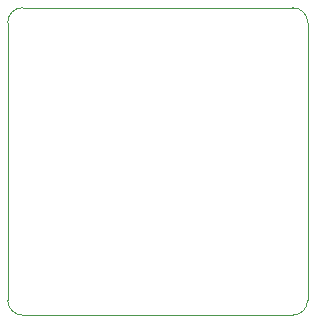
<source format=gbr>
G04*
G04 #@! TF.GenerationSoftware,Altium Limited,Altium Designer,23.6.0 (18)*
G04*
G04 Layer_Color=0*
%FSLAX44Y44*%
%MOMM*%
G71*
G04*
G04 #@! TF.SameCoordinates,DC424E90-4BFD-41C5-918A-45E65C1FA00B*
G04*
G04*
G04 #@! TF.FilePolarity,Positive*
G04*
G01*
G75*
%ADD22C,0.0254*%
D22*
X12700Y0D02*
G02*
X0Y12700I0J12700D01*
G01*
Y247650D01*
D02*
G02*
X12700Y260350I12700J0D01*
G01*
X241300D01*
D02*
G02*
X254000Y247650I0J-12700D01*
G01*
Y12700D01*
D02*
G02*
X241300Y0I-12700J0D01*
G01*
X12700D01*
M02*

</source>
